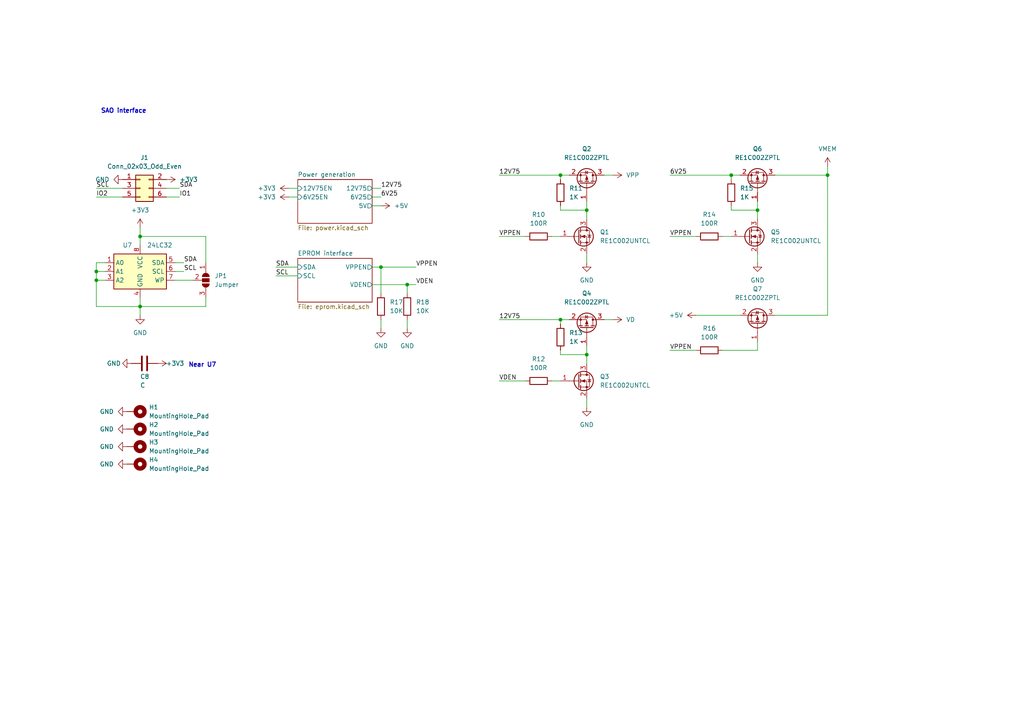
<source format=kicad_sch>
(kicad_sch (version 20211123) (generator eeschema)
  (paper "A4")
  (title_block (title "Main sheet"))
  (lib_symbols
    (symbol "+3V3_1" (power) (pin_names (offset 0))
      (property "Value" "+3V3_1" (at 0 3.556 0))
      (symbol "+3V3_1_0_1"
        (polyline (pts (xy -0.762 1.27) (xy 0 2.54)))
        (polyline (pts (xy 0 0) (xy 0 2.54)))
        (polyline (pts (xy 0 2.54) (xy 0.762 1.27)))
      )
      (symbol "+3V3_1_1_1"
        (pin power_in line (at 0 0 90) (length 0) hide (name "+3V3") (number "1"))
      )
    )
    (symbol "+3V3_2" (power) (pin_names (offset 0))
      (property "Value" "+3V3_2" (at 0 3.556 0))
      (symbol "+3V3_2_0_1"
        (polyline (pts (xy -0.762 1.27) (xy 0 2.54)))
        (polyline (pts (xy 0 0) (xy 0 2.54)))
        (polyline (pts (xy 0 2.54) (xy 0.762 1.27)))
      )
      (symbol "+3V3_2_1_1"
        (pin power_in line (at 0 0 90) (length 0) hide (name "+3V3") (number "1"))
      )
    )
    (symbol "+5V_1" (power) (pin_names (offset 0))
      (property "Value" "+5V_1" (at 0 3.556 0))
      (symbol "+5V_1_0_1"
        (polyline (pts (xy -0.762 1.27) (xy 0 2.54)))
        (polyline (pts (xy 0 0) (xy 0 2.54)))
        (polyline (pts (xy 0 2.54) (xy 0.762 1.27)))
      )
      (symbol "+5V_1_1_1"
        (pin power_in line (at 0 0 90) (length 0) hide (name "+5V") (number "1"))
      )
    )
    (symbol "Connector_Generic:Conn_02x03_Odd_Even" (pin_names (offset 1.016) hide)
      (property "Reference" "J" (at 1.27 5.08 0))
      (property "Value" "Conn_02x03_Odd_Even" (at 1.27 -5.08 0))
      (symbol "Conn_02x03_Odd_Even_1_1"
        (rectangle (start -1.27 -2.413) (end 0 -2.667) (stroke (width 0.1524)))
        (rectangle (start -1.27 0.127) (end 0 -0.127) (stroke (width 0.1524)))
        (rectangle (start -1.27 2.667) (end 0 2.413) (stroke (width 0.1524)))
        (rectangle (start -1.27 3.81) (end 3.81 -3.81) (stroke (width 0.254)) (fill (type background)))
        (rectangle (start 3.81 -2.413) (end 2.54 -2.667) (stroke (width 0.1524)))
        (rectangle (start 3.81 0.127) (end 2.54 -0.127) (stroke (width 0.1524)))
        (rectangle (start 3.81 2.667) (end 2.54 2.413) (stroke (width 0.1524)))
        (pin passive line (at -5.08 2.54 0) (length 3.81) (name "Pin_1") (number "1"))
        (pin passive line (at 7.62 2.54 180) (length 3.81) (name "Pin_2") (number "2"))
        (pin passive line (at -5.08 0 0) (length 3.81) (name "Pin_3") (number "3"))
        (pin passive line (at 7.62 0 180) (length 3.81) (name "Pin_4") (number "4"))
        (pin passive line (at -5.08 -2.54 0) (length 3.81) (name "Pin_5") (number "5"))
        (pin passive line (at 7.62 -2.54 180) (length 3.81) (name "Pin_6") (number "6"))
      )
    )
    (symbol "Device:C" (pin_numbers hide) (pin_names (offset 0.254))
      (property "Reference" "C" (at 0.635 2.54 0))
      (property "Value" "C" (at 0.635 -2.54 0))
      (symbol "C_0_1"
        (polyline (pts (xy -2.032 -0.762) (xy 2.032 -0.762)) (stroke (width 0.508)))
        (polyline (pts (xy -2.032 0.762) (xy 2.032 0.762)) (stroke (width 0.508)))
      )
      (symbol "C_1_1"
        (pin passive line (at 0 3.81 270) (length 2.794) (name "~") (number "1"))
        (pin passive line (at 0 -3.81 90) (length 2.794) (name "~") (number "2"))
      )
    )
    (symbol "Device:R" (pin_numbers hide) (pin_names (offset 0))
      (property "Reference" "R" (at 2.032 0 90))
      (property "Value" "R" (at 0 0 90))
      (symbol "R_0_1"
        (rectangle (start -1.016 -2.54) (end 1.016 2.54) (stroke (width 0.254)))
      )
      (symbol "R_1_1"
        (pin passive line (at 0 3.81 270) (length 1.27) (name "~") (number "1"))
        (pin passive line (at 0 -3.81 90) (length 1.27) (name "~") (number "2"))
      )
    )
    (symbol "GND_1" (power) (pin_names (offset 0))
      (property "Value" "GND_1" (at 0 -3.81 0))
      (symbol "GND_1_0_1"
        (polyline (pts (xy 0 0) (xy 0 -1.27) (xy 1.27 -1.27) (xy 0 -2.54) (xy -1.27 -1.27) (xy 0 -1.27)))
      )
      (symbol "GND_1_1_1"
        (pin power_in line (at 0 0 270) (length 0) hide (name "GND") (number "1"))
      )
    )
    (symbol "GND_2" (power) (pin_names (offset 0))
      (property "Value" "GND_2" (at 0 -3.81 0))
      (symbol "GND_2_0_1"
        (polyline (pts (xy 0 0) (xy 0 -1.27) (xy 1.27 -1.27) (xy 0 -2.54) (xy -1.27 -1.27) (xy 0 -1.27)))
      )
      (symbol "GND_2_1_1"
        (pin power_in line (at 0 0 270) (length 0) hide (name "GND") (number "1"))
      )
    )
    (symbol "GND_4" (power) (pin_names (offset 0))
      (property "Value" "GND_4" (at 0 -3.81 0))
      (symbol "GND_4_0_1"
        (polyline (pts (xy 0 0) (xy 0 -1.27) (xy 1.27 -1.27) (xy 0 -2.54) (xy -1.27 -1.27) (xy 0 -1.27)))
      )
      (symbol "GND_4_1_1"
        (pin power_in line (at 0 0 270) (length 0) hide (name "GND") (number "1"))
      )
    )
    (symbol "Jumper:SolderJumper_3_Open" (pin_names (offset 0) hide)
      (property "Reference" "JP" (at -2.54 -2.54 0))
      (property "Value" "SolderJumper_3_Open" (at 0 2.794 0))
      (symbol "SolderJumper_3_Open_0_1"
        (arc (start -1.016 1.016) (mid -2.032 0) (end -1.016 -1.016))
        (arc (start -1.016 1.016) (mid -2.032 0) (end -1.016 -1.016) (fill (type outline)))
        (rectangle (start -0.508 1.016) (end 0.508 -1.016) (fill (type outline)))
        (polyline (pts (xy -2.54 0) (xy -2.032 0)))
        (polyline (pts (xy -1.016 1.016) (xy -1.016 -1.016)))
        (polyline (pts (xy 0 -1.27) (xy 0 -1.016)))
        (polyline (pts (xy 1.016 1.016) (xy 1.016 -1.016)))
        (polyline (pts (xy 2.54 0) (xy 2.032 0)))
        (arc (start 1.016 -1.016) (mid 2.032 0) (end 1.016 1.016))
        (arc (start 1.016 -1.016) (mid 2.032 0) (end 1.016 1.016) (fill (type outline)))
      )
      (symbol "SolderJumper_3_Open_1_1"
        (pin passive line (at -5.08 0 0) (length 2.54) (name "A") (number "1"))
        (pin passive line (at 0 -3.81 90) (length 2.54) (name "C") (number "2"))
        (pin passive line (at 5.08 0 180) (length 2.54) (name "B") (number "3"))
      )
    )
    (symbol "Mechanical:MountingHole_Pad" (pin_numbers hide) (pin_names (offset 1.016) hide)
      (property "Reference" "H" (at 0 6.35 0))
      (property "Value" "MountingHole_Pad" (at 0 4.445 0))
      (symbol "MountingHole_Pad_0_1"
        (circle (center 0 1.27) (radius 1.27) (stroke (width 1.27)))
      )
      (symbol "MountingHole_Pad_1_1"
        (pin input line (at 0 -2.54 90) (length 2.54) (name "1") (number "1"))
      )
    )
    (symbol "Memory_EEPROM:24LC32"
      (property "Reference" "U" (at -6.35 6.35 0))
      (property "Value" "24LC32" (at 1.27 6.35 0))
      (symbol "24LC32_1_1"
        (rectangle (start -7.62 5.08) (end 7.62 -5.08) (stroke (width 0.254)) (fill (type background)))
        (pin input line (at -10.16 2.54 0) (length 2.54) (name "A0") (number "1"))
        (pin input line (at -10.16 0 0) (length 2.54) (name "A1") (number "2"))
        (pin input line (at -10.16 -2.54 0) (length 2.54) (name "A2") (number "3"))
        (pin power_in line (at 0 -7.62 90) (length 2.54) (name "GND") (number "4"))
        (pin bidirectional line (at 10.16 2.54 180) (length 2.54) (name "SDA") (number "5"))
        (pin input line (at 10.16 0 180) (length 2.54) (name "SCL") (number "6"))
        (pin input line (at 10.16 -2.54 180) (length 2.54) (name "WP") (number "7"))
        (pin power_in line (at 0 7.62 270) (length 2.54) (name "VCC") (number "8"))
      )
    )
    (symbol "Transistor_FET:2N7002E" (pin_names hide)
      (property "Reference" "Q" (at 5.08 1.905 0))
      (property "Value" "2N7002E" (at 5.08 0 0))
      (symbol "2N7002E_0_1"
        (polyline (pts (xy 0.254 0) (xy -2.54 0)))
        (polyline (pts (xy 0.254 1.905) (xy 0.254 -1.905)) (stroke (width 0.254)))
        (polyline (pts (xy 0.762 -1.27) (xy 0.762 -2.286)) (stroke (width 0.254)))
        (polyline (pts (xy 0.762 0.508) (xy 0.762 -0.508)) (stroke (width 0.254)))
        (polyline (pts (xy 0.762 2.286) (xy 0.762 1.27)) (stroke (width 0.254)))
        (polyline (pts (xy 2.54 2.54) (xy 2.54 1.778)))
        (polyline (pts (xy 2.54 -2.54) (xy 2.54 0) (xy 0.762 0)))
        (polyline (pts (xy 0.762 -1.778) (xy 3.302 -1.778) (xy 3.302 1.778) (xy 0.762 1.778)))
        (polyline (pts (xy 1.016 0) (xy 2.032 0.381) (xy 2.032 -0.381) (xy 1.016 0)) (fill (type outline)))
        (polyline (pts (xy 2.794 0.508) (xy 2.921 0.381) (xy 3.683 0.381) (xy 3.81 0.254)))
        (polyline (pts (xy 3.302 0.381) (xy 2.921 -0.254) (xy 3.683 -0.254) (xy 3.302 0.381)))
        (circle (center 1.651 0) (radius 2.794) (stroke (width 0.254)))
        (circle (center 2.54 -1.778) (radius 0.254) (fill (type outline)))
        (circle (center 2.54 1.778) (radius 0.254) (fill (type outline)))
      )
      (symbol "2N7002E_1_1"
        (pin input line (at -5.08 0 0) (length 2.54) (name "G") (number "1"))
        (pin passive line (at 2.54 -5.08 90) (length 2.54) (name "S") (number "2"))
        (pin passive line (at 2.54 5.08 270) (length 2.54) (name "D") (number "3"))
      )
    )
    (symbol "Transistor_FET:AO3401A" (pin_names hide)
      (property "Reference" "Q" (at 5.08 1.905 0))
      (property "Value" "AO3401A" (at 5.08 0 0))
      (symbol "AO3401A_0_1"
        (polyline (pts (xy 0.254 0) (xy -2.54 0)))
        (polyline (pts (xy 0.254 1.905) (xy 0.254 -1.905)) (stroke (width 0.254)))
        (polyline (pts (xy 0.762 -1.27) (xy 0.762 -2.286)) (stroke (width 0.254)))
        (polyline (pts (xy 0.762 0.508) (xy 0.762 -0.508)) (stroke (width 0.254)))
        (polyline (pts (xy 0.762 2.286) (xy 0.762 1.27)) (stroke (width 0.254)))
        (polyline (pts (xy 2.54 2.54) (xy 2.54 1.778)))
        (polyline (pts (xy 2.54 -2.54) (xy 2.54 0) (xy 0.762 0)))
        (polyline (pts (xy 0.762 1.778) (xy 3.302 1.778) (xy 3.302 -1.778) (xy 0.762 -1.778)))
        (polyline (pts (xy 2.286 0) (xy 1.27 0.381) (xy 1.27 -0.381) (xy 2.286 0)) (fill (type outline)))
        (polyline (pts (xy 2.794 -0.508) (xy 2.921 -0.381) (xy 3.683 -0.381) (xy 3.81 -0.254)))
        (polyline (pts (xy 3.302 -0.381) (xy 2.921 0.254) (xy 3.683 0.254) (xy 3.302 -0.381)))
        (circle (center 1.651 0) (radius 2.794) (stroke (width 0.254)))
        (circle (center 2.54 -1.778) (radius 0.254) (fill (type outline)))
        (circle (center 2.54 1.778) (radius 0.254) (fill (type outline)))
      )
      (symbol "AO3401A_1_1"
        (pin input line (at -5.08 0 0) (length 2.54) (name "G") (number "1"))
        (pin passive line (at 2.54 -5.08 90) (length 2.54) (name "S") (number "2"))
        (pin passive line (at 2.54 5.08 270) (length 2.54) (name "D") (number "3"))
      )
    )
    (symbol "power:+3V3" (power) (pin_names (offset 0))
      (property "Value" "+3V3" (at 0 3.556 0))
      (symbol "+3V3_0_1"
        (polyline (pts (xy -0.762 1.27) (xy 0 2.54)))
        (polyline (pts (xy 0 0) (xy 0 2.54)))
        (polyline (pts (xy 0 2.54) (xy 0.762 1.27)))
      )
      (symbol "+3V3_1_1"
        (pin power_in line (at 0 0 90) (length 0) hide (name "+3V3") (number "1"))
      )
    )
    (symbol "power:+5V" (power) (pin_names (offset 0))
      (property "Value" "+5V" (at 0 3.556 0))
      (symbol "+5V_0_1"
        (polyline (pts (xy -0.762 1.27) (xy 0 2.54)))
        (polyline (pts (xy 0 0) (xy 0 2.54)))
        (polyline (pts (xy 0 2.54) (xy 0.762 1.27)))
      )
      (symbol "+5V_1_1"
        (pin power_in line (at 0 0 90) (length 0) hide (name "+5V") (number "1"))
      )
    )
    (symbol "power:GND" (power) (pin_names (offset 0))
      (property "Value" "GND" (at 0 -3.81 0))
      (symbol "GND_0_1"
        (polyline (pts (xy 0 0) (xy 0 -1.27) (xy 1.27 -1.27) (xy 0 -2.54) (xy -1.27 -1.27) (xy 0 -1.27)))
      )
      (symbol "GND_1_1"
        (pin power_in line (at 0 0 270) (length 0) hide (name "GND") (number "1"))
      )
    )
    (symbol "power:VD" (power) (pin_names (offset 0))
      (property "Value" "VD" (at 0 3.81 0))
      (symbol "VD_0_1"
        (polyline (pts (xy -0.762 1.27) (xy 0 2.54)))
        (polyline (pts (xy 0 0) (xy 0 2.54)))
        (polyline (pts (xy 0 2.54) (xy 0.762 1.27)))
      )
      (symbol "VD_1_1"
        (pin power_in line (at 0 0 90) (length 0) hide (name "VD") (number "1"))
      )
    )
    (symbol "power:VMEM" (power) (pin_names (offset 0))
      (property "Value" "VMEM" (at 0 3.81 0))
      (symbol "VMEM_0_1"
        (polyline (pts (xy -0.762 1.27) (xy 0 2.54)))
        (polyline (pts (xy 0 0) (xy 0 2.54)))
        (polyline (pts (xy 0 2.54) (xy 0.762 1.27)))
      )
      (symbol "VMEM_1_1"
        (pin power_in line (at 0 0 90) (length 0) hide (name "VMEM") (number "1"))
      )
    )
    (symbol "power:VPP" (power) (pin_names (offset 0))
      (property "Value" "VPP" (at 0 3.81 0))
      (symbol "VPP_0_1"
        (polyline (pts (xy -0.762 1.27) (xy 0 2.54)))
        (polyline (pts (xy 0 0) (xy 0 2.54)))
        (polyline (pts (xy 0 2.54) (xy 0.762 1.27)))
      )
      (symbol "VPP_1_1"
        (pin power_in line (at 0 0 90) (length 0) hide (name "VPP") (number "1"))
      )
    )
  )
  (junction (at 219.71 60.96))
  (junction (at 170.18 102.87))
  (junction (at 162.56 50.8))
  (junction (at 162.56 92.71))
  (junction (at 40.64 88.9))
  (junction (at 27.94 81.28))
  (junction (at 170.18 60.96))
  (junction (at 110.49 77.47))
  (junction (at 118.11 82.55))
  (junction (at 40.64 68.58))
  (junction (at 212.09 50.8))
  (junction (at 27.94 78.74))
  (junction (at 240.03 50.8))
  (wire (pts (xy 162.56 93.98) (xy 162.56 92.71)))
  (wire (pts (xy 83.82 54.61) (xy 86.36 54.61)))
  (wire (pts (xy 118.11 82.55) (xy 120.65 82.55)))
  (wire (pts (xy 240.03 91.44) (xy 224.79 91.44)))
  (wire (pts (xy 144.78 50.8) (xy 162.56 50.8)))
  (wire (pts (xy 30.48 76.2) (xy 27.94 76.2)))
  (wire (pts (xy 144.78 68.58) (xy 152.4 68.58)))
  (wire (pts (xy 160.02 110.49) (xy 162.56 110.49)))
  (wire (pts (xy 80.01 77.47) (xy 86.36 77.47)))
  (wire (pts (xy 162.56 50.8) (xy 165.1 50.8)))
  (wire (pts (xy 59.69 88.9) (xy 40.64 88.9)))
  (wire (pts (xy 59.69 68.58) (xy 40.64 68.58)))
  (wire (pts (xy 219.71 101.6) (xy 219.71 99.06)))
  (wire (pts (xy 40.64 88.9) (xy 40.64 86.36)))
  (wire (pts (xy 27.94 88.9) (xy 40.64 88.9)))
  (wire (pts (xy 83.82 57.15) (xy 86.36 57.15)))
  (wire (pts (xy 212.09 52.07) (xy 212.09 50.8)))
  (wire (pts (xy 240.03 50.8) (xy 224.79 50.8)))
  (wire (pts (xy 80.01 80.01) (xy 86.36 80.01)))
  (wire (pts (xy 177.8 50.8) (xy 175.26 50.8)))
  (wire (pts (xy 110.49 95.25) (xy 110.49 92.71)))
  (wire (pts (xy 144.78 110.49) (xy 152.4 110.49)))
  (wire (pts (xy 48.26 57.15) (xy 52.07 57.15)))
  (wire (pts (xy 59.69 86.36) (xy 59.69 88.9)))
  (wire (pts (xy 209.55 101.6) (xy 219.71 101.6)))
  (wire (pts (xy 107.95 57.15) (xy 110.49 57.15)))
  (wire (pts (xy 107.95 77.47) (xy 110.49 77.47)))
  (wire (pts (xy 219.71 60.96) (xy 219.71 63.5)))
  (wire (pts (xy 110.49 77.47) (xy 110.49 85.09)))
  (wire (pts (xy 194.31 68.58) (xy 201.93 68.58)))
  (wire (pts (xy 212.09 50.8) (xy 214.63 50.8)))
  (wire (pts (xy 160.02 68.58) (xy 162.56 68.58)))
  (wire (pts (xy 118.11 95.25) (xy 118.11 92.71)))
  (wire (pts (xy 194.31 101.6) (xy 201.93 101.6)))
  (wire (pts (xy 30.48 81.28) (xy 27.94 81.28)))
  (wire (pts (xy 27.94 54.61) (xy 35.56 54.61)))
  (wire (pts (xy 50.8 76.2) (xy 53.34 76.2)))
  (wire (pts (xy 162.56 60.96) (xy 162.56 59.69)))
  (wire (pts (xy 212.09 60.96) (xy 219.71 60.96)))
  (wire (pts (xy 162.56 52.07) (xy 162.56 50.8)))
  (wire (pts (xy 170.18 102.87) (xy 170.18 105.41)))
  (wire (pts (xy 110.49 77.47) (xy 120.65 77.47)))
  (wire (pts (xy 219.71 76.2) (xy 219.71 73.66)))
  (wire (pts (xy 162.56 60.96) (xy 170.18 60.96)))
  (wire (pts (xy 59.69 76.2) (xy 59.69 68.58)))
  (wire (pts (xy 40.64 91.44) (xy 40.64 88.9)))
  (wire (pts (xy 194.31 50.8) (xy 212.09 50.8)))
  (wire (pts (xy 40.64 66.04) (xy 40.64 68.58)))
  (wire (pts (xy 170.18 102.87) (xy 170.18 100.33)))
  (wire (pts (xy 170.18 118.11) (xy 170.18 115.57)))
  (wire (pts (xy 27.94 78.74) (xy 30.48 78.74)))
  (wire (pts (xy 162.56 102.87) (xy 162.56 101.6)))
  (wire (pts (xy 212.09 60.96) (xy 212.09 59.69)))
  (wire (pts (xy 48.26 54.61) (xy 52.07 54.61)))
  (wire (pts (xy 107.95 54.61) (xy 110.49 54.61)))
  (wire (pts (xy 40.64 68.58) (xy 40.64 71.12)))
  (wire (pts (xy 201.93 91.44) (xy 214.63 91.44)))
  (wire (pts (xy 177.8 92.71) (xy 175.26 92.71)))
  (wire (pts (xy 219.71 60.96) (xy 219.71 58.42)))
  (wire (pts (xy 27.94 81.28) (xy 27.94 78.74)))
  (wire (pts (xy 107.95 59.69) (xy 110.49 59.69)))
  (wire (pts (xy 107.95 82.55) (xy 118.11 82.55)))
  (wire (pts (xy 144.78 92.71) (xy 162.56 92.71)))
  (wire (pts (xy 27.94 76.2) (xy 27.94 78.74)))
  (wire (pts (xy 162.56 92.71) (xy 165.1 92.71)))
  (wire (pts (xy 162.56 102.87) (xy 170.18 102.87)))
  (wire (pts (xy 240.03 50.8) (xy 240.03 91.44)))
  (wire (pts (xy 27.94 81.28) (xy 27.94 88.9)))
  (wire (pts (xy 50.8 78.74) (xy 53.34 78.74)))
  (wire (pts (xy 118.11 82.55) (xy 118.11 85.09)))
  (wire (pts (xy 27.94 57.15) (xy 35.56 57.15)))
  (wire (pts (xy 209.55 68.58) (xy 212.09 68.58)))
  (wire (pts (xy 240.03 48.26) (xy 240.03 50.8)))
  (wire (pts (xy 170.18 60.96) (xy 170.18 58.42)))
  (wire (pts (xy 50.8 81.28) (xy 55.88 81.28)))
  (wire (pts (xy 170.18 60.96) (xy 170.18 63.5)))
  (wire (pts (xy 170.18 76.2) (xy 170.18 73.66)))
  (text "Near U7" (at 54.61 106.68 0) (effects (font (size 1.27 1.27) (thickness 0.254) bold) (justify left bottom)))
  (text "SAO interface" (at 29.21 33.02 0) (effects (font (size 1.27 1.27) (thickness 0.254) bold) (justify left bottom)))
  (label "6V25" (at 110.49 57.15 0))
  (label "VPPEN" (at 194.31 68.58 0))
  (label "VDEN" (at 120.65 82.55 0))
  (label "SCL" (at 27.94 54.61 0))
  (label "IO1" (at 52.07 57.15 0))
  (label "12V75" (at 144.78 50.8 0))
  (label "SDA" (at 53.34 76.2 0))
  (label "IO2" (at 27.94 57.15 0))
  (label "SCL" (at 80.01 80.01 0))
  (label "VPPEN" (at 144.78 68.58 0))
  (label "12V75" (at 110.49 54.61 0))
  (label "SDA" (at 52.07 54.61 0))
  (label "12V75" (at 144.78 92.71 0))
  (label "VPPEN" (at 120.65 77.47 0))
  (label "SDA" (at 80.01 77.47 0))
  (label "SCL" (at 53.34 78.74 0))
  (label "VDEN" (at 144.78 110.49 0))
  (label "VPPEN" (at 194.31 101.6 0))
  (label "6V25" (at 194.31 50.8 0))
  (symbol (lib_name "GND_4") (lib_id "power:GND") (at 38.1 105.41 270) (unit 1)
    (property "Reference" "#PWR02" (effects hide))
    (property "Value" "GND" (at 33.02 105.41 90))
  )
  (symbol (lib_id "Transistor_FET:2N7002E") (at 167.64 68.58 0) (unit 1)
    (property "Reference" "Q1" (at 173.99 67.3099 0) (effects (justify left)))
    (property "Value" "RE1C002UNTCL" (at 173.99 69.8499 0) (effects (justify left)))
    (property "Footprint" "Package_TO_SOT_SMD:SOT-416" (effects hide))
    (property "Datasheet" "http://www.diodes.com/assets/Datasheets/ds30376.pdf" (effects hide))
  )
  (symbol (lib_id "Transistor_FET:2N7002E") (at 217.17 68.58 0) (unit 1)
    (property "Reference" "Q5" (at 223.52 67.3099 0) (effects (justify left)))
    (property "Value" "RE1C002UNTCL" (at 223.52 69.8499 0) (effects (justify left)))
    (property "Footprint" "Package_TO_SOT_SMD:SOT-416" (effects hide))
    (property "Datasheet" "http://www.diodes.com/assets/Datasheets/ds30376.pdf" (effects hide))
  )
  (symbol (lib_name "+3V3_1") (lib_id "power:+3V3") (at 83.82 54.61 90) (unit 1)
    (property "Reference" "#PWR017" (effects hide))
    (property "Value" "+3V3" (at 80.01 54.6099 90) (effects (justify left)))
  )
  (symbol (lib_id "Device:R") (at 205.74 101.6 90) (unit 1)
    (property "Reference" "R16" (at 205.74 95.25 90))
    (property "Value" "100R" (at 205.74 97.79 90))
    (property "Footprint" "Resistor_THT:R_Axial_DIN0207_L6.3mm_D2.5mm_P7.62mm_Horizontal" (effects hide))
  )
  (symbol (lib_name "GND_2") (lib_id "power:GND") (at 110.49 95.25 0) (unit 1)
    (property "Reference" "#PWR056" (effects hide))
    (property "Value" "GND" (at 110.49 100.33 0))
  )
  (symbol (lib_name "GND_2") (lib_id "power:GND") (at 118.11 95.25 0) (unit 1)
    (property "Reference" "#PWR057" (effects hide))
    (property "Value" "GND" (at 118.11 100.33 0))
  )
  (symbol (lib_id "Transistor_FET:AO3401A") (at 219.71 53.34 270) (mirror x) (unit 1)
    (property "Reference" "Q6" (at 219.71 43.18 90))
    (property "Value" "RE1C002ZPTL" (at 219.71 45.72 90))
    (property "Footprint" "Package_TO_SOT_SMD:SOT-416" (effects hide))
    (property "Datasheet" "RE1C002ZPTL" (effects hide))
  )
  (symbol (lib_id "power:VMEM") (at 240.03 48.26 0) (unit 1)
    (property "Reference" "#PWR055" (effects hide))
    (property "Value" "VMEM" (at 240.03 43.18 0))
  )
  (symbol (lib_name "+3V3_1") (lib_id "power:+3V3") (at 83.82 57.15 90) (unit 1)
    (property "Reference" "#PWR021" (effects hide))
    (property "Value" "+3V3" (at 80.01 57.1499 90) (effects (justify left)))
  )
  (symbol (lib_id "Mechanical:MountingHole_Pad") (at 39.37 124.46 270) (unit 1)
    (property "Reference" "H2" (at 43.18 123.1899 90) (effects (justify left)))
    (property "Value" "MountingHole_Pad" (at 43.18 125.7299 90) (effects (justify left)))
    (property "Footprint" "MountingHole:MountingHole_3mm_Pad_Via" (effects hide))
  )
  (symbol (lib_id "Device:R") (at 118.11 88.9 0) (unit 1)
    (property "Reference" "R18" (at 120.65 87.6299 0) (effects (justify left)))
    (property "Value" "10K" (at 120.65 90.1699 0) (effects (justify left)))
    (property "Footprint" "Resistor_THT:R_Axial_DIN0207_L6.3mm_D2.5mm_P7.62mm_Horizontal" (effects hide))
  )
  (symbol (lib_id "power:+3V3") (at 40.64 66.04 0) (unit 1)
    (property "Reference" "#PWR03" (effects hide))
    (property "Value" "+3V3" (at 40.64 60.96 0))
  )
  (symbol (lib_id "Mechanical:MountingHole_Pad") (at 39.37 119.38 270) (unit 1)
    (property "Reference" "H1" (at 43.18 118.1099 90) (effects (justify left)))
    (property "Value" "MountingHole_Pad" (at 43.18 120.6499 90) (effects (justify left)))
    (property "Footprint" "MountingHole:MountingHole_3mm_Pad_Via" (effects hide))
  )
  (symbol (lib_id "Transistor_FET:2N7002E") (at 167.64 110.49 0) (unit 1)
    (property "Reference" "Q3" (at 173.99 109.2199 0) (effects (justify left)))
    (property "Value" "RE1C002UNTCL" (at 173.99 111.7599 0) (effects (justify left)))
    (property "Footprint" "Package_TO_SOT_SMD:SOT-416" (effects hide))
    (property "Datasheet" "http://www.diodes.com/assets/Datasheets/ds30376.pdf" (effects hide))
  )
  (symbol (lib_id "Device:R") (at 212.09 55.88 0) (unit 1)
    (property "Reference" "R15" (at 214.63 54.6099 0) (effects (justify left)))
    (property "Value" "1K" (at 214.63 57.1499 0) (effects (justify left)))
    (property "Footprint" "Resistor_THT:R_Axial_DIN0207_L6.3mm_D2.5mm_P7.62mm_Horizontal" (effects hide))
  )
  (symbol (lib_id "Transistor_FET:AO3401A") (at 170.18 53.34 270) (mirror x) (unit 1)
    (property "Reference" "Q2" (at 170.18 43.18 90))
    (property "Value" "RE1C002ZPTL" (at 170.18 45.72 90))
    (property "Footprint" "Package_TO_SOT_SMD:SOT-416" (effects hide))
    (property "Datasheet" "RE1C002ZPTL" (effects hide))
  )
  (symbol (lib_id "power:GND") (at 36.83 134.62 270) (unit 1)
    (property "Reference" "#PWR060" (effects hide))
    (property "Value" "GND" (at 33.02 134.6199 90) (effects (justify right)))
  )
  (symbol (lib_name "GND_1") (lib_id "power:GND") (at 170.18 118.11 0) (unit 1)
    (property "Reference" "#PWR050" (effects hide))
    (property "Value" "GND" (at 170.18 123.19 0))
  )
  (symbol (lib_id "Mechanical:MountingHole_Pad") (at 39.37 134.62 270) (unit 1)
    (property "Reference" "H4" (at 43.18 133.3499 90) (effects (justify left)))
    (property "Value" "MountingHole_Pad" (at 43.18 135.8899 90) (effects (justify left)))
    (property "Footprint" "MountingHole:MountingHole_3mm_Pad_Via" (effects hide))
  )
  (symbol (lib_id "Jumper:SolderJumper_3_Open") (at 59.69 81.28 270) (unit 1)
    (property "Reference" "JP1" (at 62.23 80.0099 90) (effects (justify left)))
    (property "Value" "Jumper" (at 62.23 82.5499 90) (effects (justify left)))
    (property "Footprint" "Jumper:SolderJumper-3_P1.3mm_Open_RoundedPad1.0x1.5mm_NumberLabels" (effects hide))
  )
  (symbol (lib_id "Device:R") (at 156.21 68.58 90) (unit 1)
    (property "Reference" "R10" (at 156.21 62.23 90))
    (property "Value" "100R" (at 156.21 64.77 90))
    (property "Footprint" "Resistor_THT:R_Axial_DIN0207_L6.3mm_D2.5mm_P7.62mm_Horizontal" (effects hide))
  )
  (symbol (lib_id "Memory_EEPROM:24LC32") (at 40.64 78.74 0) (unit 1)
    (property "Reference" "U7" (at 35.56 71.12 0) (effects (justify left)))
    (property "Value" "24LC32" (at 42.6594 71.12 0) (effects (justify left)))
    (property "Footprint" "Package_SO:SOIC-8_3.9x4.9mm_P1.27mm" (effects hide))
    (property "Datasheet" "http://ww1.microchip.com/downloads/en/DeviceDoc/21072G.pdf" (effects hide))
  )
  (symbol (lib_id "Device:R") (at 162.56 55.88 0) (unit 1)
    (property "Reference" "R11" (at 165.1 54.6099 0) (effects (justify left)))
    (property "Value" "1K" (at 165.1 57.1499 0) (effects (justify left)))
    (property "Footprint" "Resistor_THT:R_Axial_DIN0207_L6.3mm_D2.5mm_P7.62mm_Horizontal" (effects hide))
  )
  (symbol (lib_name "GND_1") (lib_id "power:GND") (at 170.18 76.2 0) (unit 1)
    (property "Reference" "#PWR049" (effects hide))
    (property "Value" "GND" (at 170.18 81.28 0))
  )
  (symbol (lib_id "Device:R") (at 205.74 68.58 90) (unit 1)
    (property "Reference" "R14" (at 205.74 62.23 90))
    (property "Value" "100R" (at 205.74 64.77 90))
    (property "Footprint" "Resistor_THT:R_Axial_DIN0207_L6.3mm_D2.5mm_P7.62mm_Horizontal" (effects hide))
  )
  (symbol (lib_name "+3V3_2") (lib_id "power:+3V3") (at 45.72 105.41 270) (unit 1)
    (property "Reference" "#PWR05" (effects hide))
    (property "Value" "+3V3" (at 50.8 105.41 90))
  )
  (symbol (lib_id "power:VD") (at 177.8 92.71 270) (unit 1)
    (property "Reference" "#PWR052" (effects hide))
    (property "Value" "VD" (at 181.61 92.7099 90) (effects (justify left)))
  )
  (symbol (lib_id "Connector_Generic:Conn_02x03_Odd_Even") (at 40.64 54.61 0) (unit 1)
    (property "Reference" "J1" (at 41.91 45.72 0))
    (property "Value" "Conn_02x03_Odd_Even" (at 41.91 48.26 0))
    (property "Footprint" "Connector_PinHeader_2.54mm:PinHeader_2x03_P2.54mm_Vertical" (effects hide))
  )
  (symbol (lib_id "power:+5V") (at 110.49 59.69 270) (unit 1)
    (property "Reference" "#PWR0101" (effects hide))
    (property "Value" "+5V" (at 114.3 59.6899 90) (effects (justify left)))
  )
  (symbol (lib_id "Mechanical:MountingHole_Pad") (at 39.37 129.54 270) (unit 1)
    (property "Reference" "H3" (at 43.18 128.2699 90) (effects (justify left)))
    (property "Value" "MountingHole_Pad" (at 43.18 130.8099 90) (effects (justify left)))
    (property "Footprint" "MountingHole:MountingHole_3mm_Pad_Via" (effects hide))
  )
  (symbol (lib_id "power:GND") (at 36.83 119.38 270) (unit 1)
    (property "Reference" "#PWR023" (effects hide))
    (property "Value" "GND" (at 33.02 119.3799 90) (effects (justify right)))
  )
  (symbol (lib_id "Device:R") (at 110.49 88.9 180) (unit 1)
    (property "Reference" "R17" (at 113.03 87.6299 0) (effects (justify right)))
    (property "Value" "10K" (at 113.03 90.1699 0) (effects (justify right)))
    (property "Footprint" "Resistor_THT:R_Axial_DIN0207_L6.3mm_D2.5mm_P7.62mm_Horizontal" (effects hide))
  )
  (symbol (lib_id "power:+3V3") (at 48.26 52.07 270) (unit 1)
    (property "Reference" "#PWR06" (effects hide))
    (property "Value" "+3V3" (at 52.07 52.0699 90) (effects (justify left)))
  )
  (symbol (lib_id "power:VPP") (at 177.8 50.8 270) (unit 1)
    (property "Reference" "#PWR051" (effects hide))
    (property "Value" "VPP" (at 181.61 50.7999 90) (effects (justify left)))
  )
  (symbol (lib_id "Device:R") (at 162.56 97.79 0) (unit 1)
    (property "Reference" "R13" (at 165.1 96.5199 0) (effects (justify left)))
    (property "Value" "1K" (at 165.1 99.0599 0) (effects (justify left)))
    (property "Footprint" "Resistor_THT:R_Axial_DIN0207_L6.3mm_D2.5mm_P7.62mm_Horizontal" (effects hide))
  )
  (symbol (lib_name "GND_1") (lib_id "power:GND") (at 219.71 76.2 0) (unit 1)
    (property "Reference" "#PWR054" (effects hide))
    (property "Value" "GND" (at 219.71 81.28 0))
  )
  (symbol (lib_id "power:GND") (at 35.56 52.07 270) (unit 1)
    (property "Reference" "#PWR01" (effects hide))
    (property "Value" "GND" (at 31.75 52.0699 90) (effects (justify right)))
  )
  (symbol (lib_id "Device:C") (at 41.91 105.41 270) (unit 1)
    (property "Reference" "C8" (at 40.64 109.2199 90) (effects (justify left)))
    (property "Value" "C" (at 40.64 111.7599 90) (effects (justify left)))
    (property "Footprint" "Capacitor_THT:C_Disc_D3.0mm_W1.6mm_P2.50mm" (effects hide))
  )
  (symbol (lib_id "power:GND") (at 36.83 124.46 270) (unit 1)
    (property "Reference" "#PWR058" (effects hide))
    (property "Value" "GND" (at 33.02 124.4599 90) (effects (justify right)))
  )
  (symbol (lib_id "Transistor_FET:AO3401A") (at 219.71 93.98 270) (mirror x) (unit 1)
    (property "Reference" "Q7" (at 219.71 83.82 90))
    (property "Value" "RE1C002ZPTL" (at 219.71 86.36 90))
    (property "Footprint" "Package_TO_SOT_SMD:SOT-416" (effects hide))
    (property "Datasheet" "RE1C002ZPTL" (effects hide))
  )
  (symbol (lib_id "Transistor_FET:AO3401A") (at 170.18 95.25 270) (mirror x) (unit 1)
    (property "Reference" "Q4" (at 170.18 85.09 90))
    (property "Value" "RE1C002ZPTL" (at 170.18 87.63 90))
    (property "Footprint" "Package_TO_SOT_SMD:SOT-416" (effects hide))
    (property "Datasheet" "RE1C002ZPTL" (effects hide))
  )
  (symbol (lib_name "+5V_1") (lib_id "power:+5V") (at 201.93 91.44 90) (unit 1)
    (property "Reference" "#PWR053" (effects hide))
    (property "Value" "+5V" (at 198.12 91.4399 90) (effects (justify left)))
  )
  (symbol (lib_id "Device:R") (at 156.21 110.49 90) (unit 1)
    (property "Reference" "R12" (at 156.21 104.14 90))
    (property "Value" "100R" (at 156.21 106.68 90))
    (property "Footprint" "Resistor_THT:R_Axial_DIN0207_L6.3mm_D2.5mm_P7.62mm_Horizontal" (effects hide))
  )
  (symbol (lib_id "power:GND") (at 40.64 91.44 0) (unit 1)
    (property "Reference" "#PWR04" (effects hide))
    (property "Value" "GND" (at 40.64 96.52 0))
  )
  (symbol (lib_id "power:GND") (at 36.83 129.54 270) (unit 1)
    (property "Reference" "#PWR059" (effects hide))
    (property "Value" "GND" (at 33.02 129.5399 90) (effects (justify right)))
  )
  (sheet (at 86.36 52.07) (size 21.59 12.7) (stroke (width 0.1524))
    (property "Sheet name" "Power generation" (at 86.36 51.3584 0) (effects (justify left bottom)))
    (property "Sheet file" "power.kicad_sch" (at 86.36 65.3546 0) (effects (justify left top)))
    (pin "6V25EN" input (at 86.36 57.15 180))
    (pin "12V75EN" input (at 86.36 54.61 180))
    (pin "12V75" output (at 107.95 54.61 0))
    (pin "6V25" output (at 107.95 57.15 0))
    (pin "5V" output (at 107.95 59.69 0))
  )
  (sheet (at 86.36 74.93) (size 21.59 12.7) (stroke (width 0.1524))
    (property "Sheet name" "EPROM interface" (at 86.36 74.2184 0) (effects (justify left bottom)))
    (property "Sheet file" "eprom.kicad_sch" (at 86.36 88.2146 0) (effects (justify left top)))
    (pin "SDA" input (at 86.36 77.47 180))
    (pin "SCL" input (at 86.36 80.01 180))
    (pin "VPPEN" output (at 107.95 77.47 0))
    (pin "VDEN" output (at 107.95 82.55 0))
  )
)
</source>
